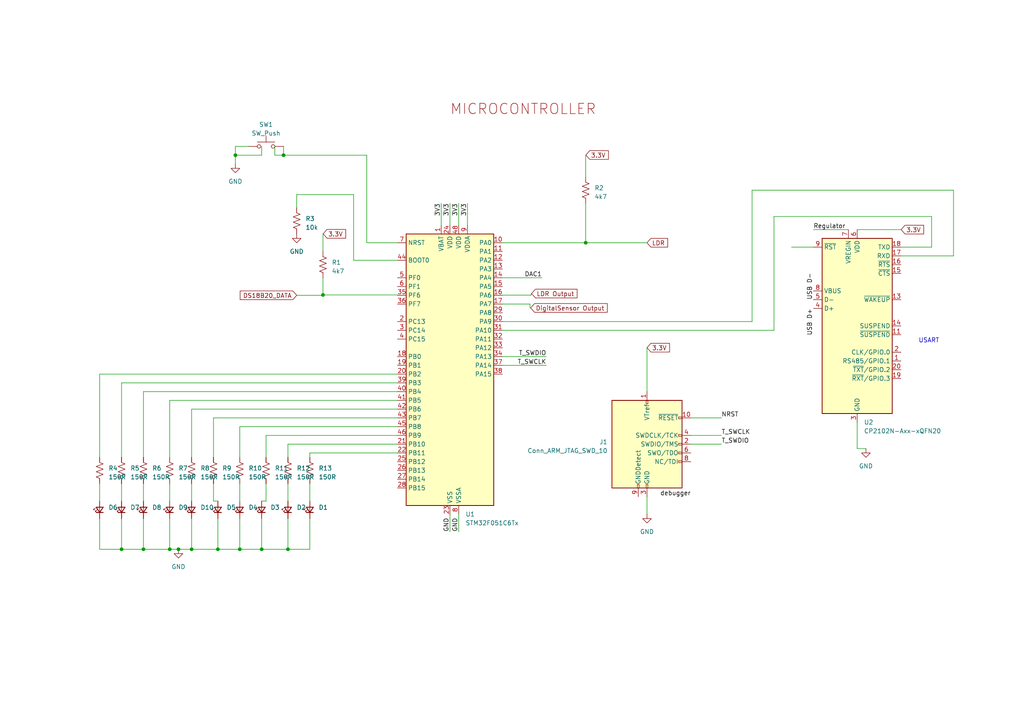
<source format=kicad_sch>
(kicad_sch (version 20230121) (generator eeschema)
  (paper "A4")
  (lib_symbols
    (symbol "Connector:Conn_ARM_JTAG_SWD_10" (pin_names (offset 1.016))
      (property "Reference" "J" (at -2.54 16.51 0))
      (property "Value" "Conn_ARM_JTAG_SWD_10" (at -2.54 13.97 0))
      (symbol "Conn_ARM_JTAG_SWD_10_0_1"
        (rectangle (start -10.16 12.7) (end 10.16 -12.7) (stroke (width 0.254)) (fill (type background)))
        (rectangle (start -2.794 -12.7) (end -2.286 -11.684))
        (rectangle (start -0.254 -12.7) (end 0.254 -11.684))
        (rectangle (start -0.254 12.7) (end 0.254 11.684))
        (rectangle (start 9.144 2.286) (end 10.16 2.794))
        (rectangle (start 10.16 -2.794) (end 9.144 -2.286))
        (rectangle (start 10.16 -0.254) (end 9.144 0.254))
        (rectangle (start 10.16 7.874) (end 9.144 7.366))
      )
      (symbol "Conn_ARM_JTAG_SWD_10_1_1"
        (rectangle (start 9.144 -5.334) (end 10.16 -4.826))
        (pin power_in line (at 0 15.24 270) (length 2.54) (name "VTref") (number "1"))
        (pin open_collector line (at 12.7 7.62 180) (length 2.54) (name "~{RESET}") (number "10"))
        (pin bidirectional line (at 12.7 0 180) (length 2.54) (name "SWDIO/TMS") (number "2"))
        (pin power_in line (at 0 -15.24 90) (length 2.54) (name "GND") (number "3"))
        (pin output line (at 12.7 2.54 180) (length 2.54) (name "SWDCLK/TCK") (number "4"))
        (pin passive line (at 0 -15.24 90) (length 2.54) hide (name "GND") (number "5"))
        (pin input line (at 12.7 -2.54 180) (length 2.54) (name "SWO/TDO") (number "6"))
        (pin no_connect line (at -10.16 0 0) (length 2.54) hide (name "KEY") (number "7"))
        (pin output line (at 12.7 -5.08 180) (length 2.54) (name "NC/TDI") (number "8"))
        (pin passive line (at -2.54 -15.24 90) (length 2.54) (name "GNDDetect") (number "9"))
      )
    )
    (symbol "Device:LED_Small" (pin_numbers hide) (pin_names (offset 0.254) hide)
      (property "Reference" "D" (at -1.27 3.175 0))
      (property "Value" "LED_Small" (at -4.445 -2.54 0))
      (symbol "LED_Small_0_1"
        (polyline (pts (xy -0.762 -1.016) (xy -0.762 1.016)) (stroke (width 0.254)))
        (polyline (pts (xy 1.016 0) (xy -0.762 0)))
        (polyline (pts (xy 0.762 -1.016) (xy -0.762 0) (xy 0.762 1.016) (xy 0.762 -1.016)) (stroke (width 0.254)))
        (polyline (pts (xy 0 0.762) (xy -0.508 1.27) (xy -0.254 1.27) (xy -0.508 1.27) (xy -0.508 1.016)))
        (polyline (pts (xy 0.508 1.27) (xy 0 1.778) (xy 0.254 1.778) (xy 0 1.778) (xy 0 1.524)))
      )
      (symbol "LED_Small_1_1"
        (pin passive line (at -2.54 0 0) (length 1.778) (name "K") (number "1"))
        (pin passive line (at 2.54 0 180) (length 1.778) (name "A") (number "2"))
      )
    )
    (symbol "Device:R_US" (pin_numbers hide) (pin_names (offset 0))
      (property "Reference" "R" (at 2.54 0 90))
      (property "Value" "R_US" (at -2.54 0 90))
      (symbol "R_US_0_1"
        (polyline (pts (xy 0 -2.286) (xy 0 -2.54)))
        (polyline (pts (xy 0 2.286) (xy 0 2.54)))
        (polyline (pts (xy 0 -0.762) (xy 1.016 -1.143) (xy 0 -1.524) (xy -1.016 -1.905) (xy 0 -2.286)))
        (polyline (pts (xy 0 0.762) (xy 1.016 0.381) (xy 0 0) (xy -1.016 -0.381) (xy 0 -0.762)))
        (polyline (pts (xy 0 2.286) (xy 1.016 1.905) (xy 0 1.524) (xy -1.016 1.143) (xy 0 0.762)))
      )
      (symbol "R_US_1_1"
        (pin passive line (at 0 3.81 270) (length 1.27) (name "~") (number "1"))
        (pin passive line (at 0 -3.81 90) (length 1.27) (name "~") (number "2"))
      )
    )
    (symbol "Interface_USB:CP2102N-Axx-xQFN20"
      (property "Reference" "U" (at -8.89 26.67 0))
      (property "Value" "CP2102N-Axx-xQFN20" (at 12.7 26.67 0))
      (symbol "CP2102N-Axx-xQFN20_0_1"
        (rectangle (start -10.16 25.4) (end 10.16 -25.4) (stroke (width 0.254)) (fill (type background)))
      )
      (symbol "CP2102N-Axx-xQFN20_1_1"
        (pin bidirectional line (at 12.7 -10.16 180) (length 2.54) (name "RS485/GPIO.1") (number "1"))
        (pin no_connect line (at -10.16 -22.86 0) (length 2.54) hide (name "NC") (number "10"))
        (pin output line (at 12.7 -2.54 180) (length 2.54) (name "~{SUSPEND}") (number "11"))
        (pin passive line (at 0 -27.94 90) (length 2.54) hide (name "GND") (number "12"))
        (pin input line (at 12.7 7.62 180) (length 2.54) (name "~{WAKEUP}") (number "13"))
        (pin output line (at 12.7 0 180) (length 2.54) (name "SUSPEND") (number "14"))
        (pin input line (at 12.7 15.24 180) (length 2.54) (name "~{CTS}") (number "15"))
        (pin output line (at 12.7 17.78 180) (length 2.54) (name "~{RTS}") (number "16"))
        (pin input line (at 12.7 20.32 180) (length 2.54) (name "RXD") (number "17"))
        (pin output line (at 12.7 22.86 180) (length 2.54) (name "TXD") (number "18"))
        (pin bidirectional line (at 12.7 -15.24 180) (length 2.54) (name "~{RXT}/GPIO.3") (number "19"))
        (pin bidirectional line (at 12.7 -7.62 180) (length 2.54) (name "CLK/GPIO.0") (number "2"))
        (pin bidirectional line (at 12.7 -12.7 180) (length 2.54) (name "~{TXT}/GPIO.2") (number "20"))
        (pin passive line (at 0 -27.94 90) (length 2.54) hide (name "GND") (number "21"))
        (pin power_in line (at 0 -27.94 90) (length 2.54) (name "GND") (number "3"))
        (pin bidirectional line (at -12.7 5.08 0) (length 2.54) (name "D+") (number "4"))
        (pin bidirectional line (at -12.7 7.62 0) (length 2.54) (name "D-") (number "5"))
        (pin power_in line (at 0 27.94 270) (length 2.54) (name "VDD") (number "6"))
        (pin power_in line (at -2.54 27.94 270) (length 2.54) (name "VREGIN") (number "7"))
        (pin input line (at -12.7 10.16 0) (length 2.54) (name "VBUS") (number "8"))
        (pin input line (at -12.7 22.86 0) (length 2.54) (name "~{RST}") (number "9"))
      )
    )
    (symbol "MCU_ST_STM32F0:STM32F051C6Tx"
      (property "Reference" "U" (at -12.7 41.91 0))
      (property "Value" "STM32F051C6Tx" (at 7.62 41.91 0))
      (symbol "STM32F051C6Tx_0_1"
        (rectangle (start -12.7 -38.1) (end 12.7 40.64) (stroke (width 0.254)) (fill (type background)))
      )
      (symbol "STM32F051C6Tx_1_1"
        (pin power_in line (at -2.54 43.18 270) (length 2.54) (name "VBAT") (number "1"))
        (pin bidirectional line (at 15.24 38.1 180) (length 2.54) (name "PA0") (number "10"))
        (pin bidirectional line (at 15.24 35.56 180) (length 2.54) (name "PA1") (number "11"))
        (pin bidirectional line (at 15.24 33.02 180) (length 2.54) (name "PA2") (number "12"))
        (pin bidirectional line (at 15.24 30.48 180) (length 2.54) (name "PA3") (number "13"))
        (pin bidirectional line (at 15.24 27.94 180) (length 2.54) (name "PA4") (number "14"))
        (pin bidirectional line (at 15.24 25.4 180) (length 2.54) (name "PA5") (number "15"))
        (pin bidirectional line (at 15.24 22.86 180) (length 2.54) (name "PA6") (number "16"))
        (pin bidirectional line (at 15.24 20.32 180) (length 2.54) (name "PA7") (number "17"))
        (pin bidirectional line (at -15.24 5.08 0) (length 2.54) (name "PB0") (number "18"))
        (pin bidirectional line (at -15.24 2.54 0) (length 2.54) (name "PB1") (number "19"))
        (pin bidirectional line (at -15.24 15.24 0) (length 2.54) (name "PC13") (number "2"))
        (pin bidirectional line (at -15.24 0 0) (length 2.54) (name "PB2") (number "20"))
        (pin bidirectional line (at -15.24 -20.32 0) (length 2.54) (name "PB10") (number "21"))
        (pin bidirectional line (at -15.24 -22.86 0) (length 2.54) (name "PB11") (number "22"))
        (pin power_in line (at 0 -40.64 90) (length 2.54) (name "VSS") (number "23"))
        (pin power_in line (at 0 43.18 270) (length 2.54) (name "VDD") (number "24"))
        (pin bidirectional line (at -15.24 -25.4 0) (length 2.54) (name "PB12") (number "25"))
        (pin bidirectional line (at -15.24 -27.94 0) (length 2.54) (name "PB13") (number "26"))
        (pin bidirectional line (at -15.24 -30.48 0) (length 2.54) (name "PB14") (number "27"))
        (pin bidirectional line (at -15.24 -33.02 0) (length 2.54) (name "PB15") (number "28"))
        (pin bidirectional line (at 15.24 17.78 180) (length 2.54) (name "PA8") (number "29"))
        (pin bidirectional line (at -15.24 12.7 0) (length 2.54) (name "PC14") (number "3"))
        (pin bidirectional line (at 15.24 15.24 180) (length 2.54) (name "PA9") (number "30"))
        (pin bidirectional line (at 15.24 12.7 180) (length 2.54) (name "PA10") (number "31"))
        (pin bidirectional line (at 15.24 10.16 180) (length 2.54) (name "PA11") (number "32"))
        (pin bidirectional line (at 15.24 7.62 180) (length 2.54) (name "PA12") (number "33"))
        (pin bidirectional line (at 15.24 5.08 180) (length 2.54) (name "PA13") (number "34"))
        (pin bidirectional line (at -15.24 22.86 0) (length 2.54) (name "PF6") (number "35"))
        (pin bidirectional line (at -15.24 20.32 0) (length 2.54) (name "PF7") (number "36"))
        (pin bidirectional line (at 15.24 2.54 180) (length 2.54) (name "PA14") (number "37"))
        (pin bidirectional line (at 15.24 0 180) (length 2.54) (name "PA15") (number "38"))
        (pin bidirectional line (at -15.24 -2.54 0) (length 2.54) (name "PB3") (number "39"))
        (pin bidirectional line (at -15.24 10.16 0) (length 2.54) (name "PC15") (number "4"))
        (pin bidirectional line (at -15.24 -5.08 0) (length 2.54) (name "PB4") (number "40"))
        (pin bidirectional line (at -15.24 -7.62 0) (length 2.54) (name "PB5") (number "41"))
        (pin bidirectional line (at -15.24 -10.16 0) (length 2.54) (name "PB6") (number "42"))
        (pin bidirectional line (at -15.24 -12.7 0) (length 2.54) (name "PB7") (number "43"))
        (pin input line (at -15.24 33.02 0) (length 2.54) (name "BOOT0") (number "44"))
        (pin bidirectional line (at -15.24 -15.24 0) (length 2.54) (name "PB8") (number "45"))
        (pin bidirectional line (at -15.24 -17.78 0) (length 2.54) (name "PB9") (number "46"))
        (pin passive line (at 0 -40.64 90) (length 2.54) hide (name "VSS") (number "47"))
        (pin power_in line (at 2.54 43.18 270) (length 2.54) (name "VDD") (number "48"))
        (pin bidirectional line (at -15.24 27.94 0) (length 2.54) (name "PF0") (number "5"))
        (pin bidirectional line (at -15.24 25.4 0) (length 2.54) (name "PF1") (number "6"))
        (pin input line (at -15.24 38.1 0) (length 2.54) (name "NRST") (number "7"))
        (pin power_in line (at 2.54 -40.64 90) (length 2.54) (name "VSSA") (number "8"))
        (pin power_in line (at 5.08 43.18 270) (length 2.54) (name "VDDA") (number "9"))
      )
    )
    (symbol "Switch:SW_Push" (pin_numbers hide) (pin_names (offset 1.016) hide)
      (property "Reference" "SW" (at 1.27 2.54 0))
      (property "Value" "SW_Push" (at 0 -1.524 0))
      (symbol "SW_Push_0_1"
        (circle (center -2.032 0) (radius 0.508))
        (polyline (pts (xy 0 1.27) (xy 0 3.048)))
        (polyline (pts (xy 2.54 1.27) (xy -2.54 1.27)))
        (circle (center 2.032 0) (radius 0.508))
        (pin passive line (at -5.08 0 0) (length 2.54) (name "1") (number "1"))
        (pin passive line (at 5.08 0 180) (length 2.54) (name "2") (number "2"))
      )
    )
    (symbol "power:GND" (power) (pin_names (offset 0))
      (property "Value" "GND" (at 0 -3.81 0))
      (symbol "GND_0_1"
        (polyline (pts (xy 0 0) (xy 0 -1.27) (xy 1.27 -1.27) (xy 0 -2.54) (xy -1.27 -1.27) (xy 0 -1.27)))
      )
      (symbol "GND_1_1"
        (pin power_in line (at 0 0 270) (length 0) hide (name "GND") (number "1"))
      )
    )
  )
  (junction (at 83.5152 159.3088))
  (junction (at 49.2252 159.3088))
  (junction (at 41.6052 159.3088))
  (junction (at 63.1952 159.3088))
  (junction (at 169.8752 70.4088))
  (junction (at 35.2552 159.3088))
  (junction (at 93.6752 85.5472))
  (junction (at 69.5452 159.3088))
  (junction (at 55.5752 159.3088))
  (junction (at 82.2452 45.0088))
  (junction (at 68.2752 45.0088))
  (junction (at 75.8952 159.3088))
  (junction (at 51.7652 159.3088))
  (wire (pts (xy 248.6152 122.4788) (xy 248.6152 130.0988)))
  (wire (pts (xy 115.2652 70.4088) (xy 106.3752 70.4088)))
  (wire (pts (xy 61.9252 121.2088) (xy 61.9252 132.6388)))
  (wire (pts (xy 229.5652 71.6788) (xy 235.9152 71.6788)))
  (wire (pts (xy 261.3152 71.6788) (xy 270.2052 71.6788)))
  (wire (pts (xy 75.8952 159.3088) (xy 83.5152 159.3088)))
  (wire (pts (xy 102.5652 75.4888) (xy 102.5652 56.4388)))
  (wire (pts (xy 83.5152 140.2588) (xy 83.5152 145.3388)))
  (wire (pts (xy 115.2652 85.5472) (xy 93.6752 85.5472)))
  (wire (pts (xy 169.8752 70.4088) (xy 187.6552 70.4088)))
  (wire (pts (xy 82.2452 42.4688) (xy 82.2452 45.0088)))
  (wire (pts (xy 69.5452 150.4188) (xy 69.5452 159.3088)))
  (wire (pts (xy 35.2552 111.0488) (xy 115.2652 111.0488)))
  (wire (pts (xy 55.5752 150.4188) (xy 55.5752 159.3088)))
  (wire (pts (xy 224.4852 95.8088) (xy 145.7452 95.8088)))
  (wire (pts (xy 41.6052 159.3088) (xy 49.2252 159.3088)))
  (wire (pts (xy 79.7052 42.4688) (xy 79.7052 45.0088)))
  (wire (pts (xy 49.2252 150.4188) (xy 49.2252 159.3088)))
  (wire (pts (xy 28.9052 108.5088) (xy 28.9052 132.6388)))
  (wire (pts (xy 218.1352 55.1688) (xy 276.5552 55.1688)))
  (wire (pts (xy 133.0452 58.9788) (xy 133.0452 65.3288)))
  (wire (pts (xy 145.7452 88.1888) (xy 153.7208 88.1888)))
  (wire (pts (xy 28.9052 108.5088) (xy 115.2652 108.5088)))
  (wire (pts (xy 77.1652 126.2888) (xy 115.2652 126.2888)))
  (wire (pts (xy 41.6052 140.2588) (xy 41.6052 145.3388)))
  (wire (pts (xy 41.6052 113.5888) (xy 115.2652 113.5888)))
  (wire (pts (xy 79.7052 45.0088) (xy 82.2452 45.0088)))
  (wire (pts (xy 28.9052 140.2588) (xy 28.9052 145.3388)))
  (wire (pts (xy 77.1652 126.2888) (xy 77.1652 132.6388)))
  (wire (pts (xy 75.8952 150.4188) (xy 75.8952 159.3088)))
  (wire (pts (xy 89.8652 150.4188) (xy 89.8652 159.3088)))
  (wire (pts (xy 28.9052 159.3088) (xy 35.2552 159.3088)))
  (wire (pts (xy 83.5152 159.3088) (xy 89.8652 159.3088)))
  (wire (pts (xy 89.8652 131.3688) (xy 115.2652 131.3688)))
  (wire (pts (xy 75.8952 42.4688) (xy 75.8952 45.0088)))
  (wire (pts (xy 102.5652 56.4388) (xy 86.0552 56.4388)))
  (wire (pts (xy 187.6552 144.0688) (xy 187.6552 149.1488)))
  (wire (pts (xy 200.3552 126.2888) (xy 209.2452 126.2888)))
  (wire (pts (xy 248.6152 66.5988) (xy 261.3152 66.5988)))
  (wire (pts (xy 49.2252 159.3088) (xy 51.7652 159.3088)))
  (wire (pts (xy 41.6052 150.4188) (xy 41.6052 159.3088)))
  (wire (pts (xy 261.3152 74.2188) (xy 276.5552 74.2188)))
  (wire (pts (xy 55.5752 118.6688) (xy 115.2652 118.6688)))
  (wire (pts (xy 218.1352 55.1688) (xy 218.1352 93.2688)))
  (wire (pts (xy 187.6552 100.8888) (xy 187.6552 113.5888)))
  (wire (pts (xy 127.9652 58.9788) (xy 127.9652 65.3288)))
  (wire (pts (xy 145.5928 85.598) (xy 154.0764 85.598)))
  (wire (pts (xy 61.9252 145.3388) (xy 63.1952 145.3388)))
  (wire (pts (xy 35.2552 150.4188) (xy 35.2552 159.3088)))
  (wire (pts (xy 69.5452 123.7488) (xy 69.5452 132.6388)))
  (wire (pts (xy 130.5052 149.1488) (xy 130.5052 154.2288)))
  (wire (pts (xy 133.0452 149.1488) (xy 133.0452 154.2288)))
  (wire (pts (xy 248.6152 130.0988) (xy 251.1552 130.0988)))
  (wire (pts (xy 41.6052 113.5888) (xy 41.6052 132.6388)))
  (wire (pts (xy 86.0552 85.6488) (xy 93.6752 85.6488)))
  (wire (pts (xy 55.5752 159.3088) (xy 51.7652 159.3088)))
  (wire (pts (xy 49.2252 140.2588) (xy 49.2252 145.3388)))
  (wire (pts (xy 82.2452 45.0088) (xy 106.3752 45.0088)))
  (wire (pts (xy 61.9252 140.2588) (xy 61.9252 145.3388)))
  (wire (pts (xy 89.8652 140.2588) (xy 89.8652 145.3388)))
  (wire (pts (xy 218.1352 93.2688) (xy 145.7452 93.2688)))
  (wire (pts (xy 69.5452 140.2588) (xy 69.5452 145.3388)))
  (wire (pts (xy 93.6752 80.5688) (xy 93.6752 85.5472)))
  (wire (pts (xy 145.7452 103.4288) (xy 158.4452 103.4288)))
  (wire (pts (xy 72.0852 42.4688) (xy 68.2752 42.4688)))
  (wire (pts (xy 224.4852 62.7888) (xy 224.4852 95.8088)))
  (wire (pts (xy 49.2252 116.1288) (xy 115.2652 116.1288)))
  (wire (pts (xy 135.5852 58.9788) (xy 135.5852 65.3288)))
  (wire (pts (xy 55.5752 118.6688) (xy 55.5752 132.6388)))
  (wire (pts (xy 63.1952 159.3088) (xy 55.5752 159.3088)))
  (wire (pts (xy 276.5552 74.2188) (xy 276.5552 55.1688)))
  (wire (pts (xy 145.7452 80.5688) (xy 157.1752 80.5688)))
  (wire (pts (xy 86.0552 56.4388) (xy 86.0552 60.2488)))
  (wire (pts (xy 200.3552 128.8288) (xy 209.2452 128.8288)))
  (wire (pts (xy 63.1952 159.3088) (xy 69.5452 159.3088)))
  (wire (pts (xy 35.2552 159.3088) (xy 41.6052 159.3088)))
  (wire (pts (xy 145.7452 70.4088) (xy 169.8752 70.4088)))
  (wire (pts (xy 169.8752 58.9788) (xy 169.8752 70.4088)))
  (wire (pts (xy 35.2552 140.2588) (xy 35.2552 145.3388)))
  (wire (pts (xy 145.7452 105.9688) (xy 158.4452 105.9688)))
  (wire (pts (xy 153.7208 88.1888) (xy 153.7208 89.3572)))
  (wire (pts (xy 270.2052 62.7888) (xy 224.4852 62.7888)))
  (wire (pts (xy 93.6752 67.8688) (xy 93.6752 72.9488)))
  (wire (pts (xy 169.8752 45.0088) (xy 169.8752 51.3588)))
  (wire (pts (xy 93.6752 85.5472) (xy 93.6752 85.6488)))
  (wire (pts (xy 270.2052 71.6788) (xy 270.2052 62.7888)))
  (wire (pts (xy 83.5152 150.4188) (xy 83.5152 159.3088)))
  (wire (pts (xy 83.5152 128.8288) (xy 83.5152 132.6388)))
  (wire (pts (xy 83.5152 128.8288) (xy 115.2652 128.8288)))
  (wire (pts (xy 130.5052 58.9788) (xy 130.5052 65.3288)))
  (wire (pts (xy 77.1652 140.2588) (xy 77.1652 145.3388)))
  (wire (pts (xy 235.9152 66.5988) (xy 246.0752 66.5988)))
  (wire (pts (xy 68.2752 45.0088) (xy 68.2752 47.5488)))
  (wire (pts (xy 154.0764 85.1916) (xy 154.0764 85.598)))
  (wire (pts (xy 115.2652 75.4888) (xy 102.5652 75.4888)))
  (wire (pts (xy 106.3752 70.4088) (xy 106.3752 45.0088)))
  (wire (pts (xy 28.9052 150.4188) (xy 28.9052 159.3088)))
  (wire (pts (xy 35.2552 111.0488) (xy 35.2552 132.6388)))
  (wire (pts (xy 49.2252 116.1288) (xy 49.2252 132.6388)))
  (wire (pts (xy 68.2752 45.0088) (xy 75.8952 45.0088)))
  (wire (pts (xy 89.8652 131.3688) (xy 89.8652 132.6388)))
  (wire (pts (xy 69.5452 159.3088) (xy 75.8952 159.3088)))
  (wire (pts (xy 200.3552 121.2088) (xy 209.2452 121.2088)))
  (wire (pts (xy 61.9252 121.2088) (xy 115.2652 121.2088)))
  (wire (pts (xy 63.1952 150.4188) (xy 63.1952 159.3088)))
  (wire (pts (xy 69.5452 123.7488) (xy 115.2652 123.7488)))
  (wire (pts (xy 68.2752 42.4688) (xy 68.2752 45.0088)))
  (wire (pts (xy 55.5752 140.2588) (xy 55.5752 145.3388)))
  (wire (pts (xy 77.1652 145.3388) (xy 75.8952 145.3388)))
  (text "USART\n" (at 266.3952 99.6188 0) (effects (font (size 1.27 1.27)) (justify left bottom)))
  (text "MICROCONTROLLER\n" (at 130.5052 33.5788 0) (effects (font (size 3 3)) (justify left bottom)))
  (label "GND" (at 133.0452 154.2288 90))
  (label "debugger" (at 191.4652 144.0688 0))
  (label "3V3" (at 133.0452 58.9788 270))
  (label "USB D-" (at 235.9152 86.9188 90))
  (label "T_SWDIO" (at 209.2452 128.8288 0))
  (label "NRST" (at 209.2452 121.2088 0))
  (label "DAC1" (at 157.1752 80.5688 180))
  (label "Regulator" (at 235.9152 66.5988 0))
  (label "T_SWDIO" (at 158.4452 103.4288 180))
  (label "3V3" (at 135.5852 58.9788 270))
  (label "T_SWCLK" (at 158.4452 105.9688 180))
  (label "USB D+" (at 235.9152 89.4588 270))
  (label "T_SWCLK" (at 209.2452 126.2888 0))
  (label "GND" (at 130.5052 154.2288 90))
  (label "3V3" (at 130.5052 58.9788 270))
  (label "3V3" (at 127.9652 58.9788 270))
  (global_label "3.3V" (shape input) (at 169.926 44.958 0) (property "Intersheetrefs" "${INTERSHEET_REFS}" (effects hide)))
  (global_label "3.3V" (shape input) (at 93.726 67.818 0) (property "Intersheetrefs" "${INTERSHEET_REFS}" (effects hide)))
  (global_label "3.3V" (shape input) (at 187.6552 100.838 0) (property "Intersheetrefs" "${INTERSHEET_REFS}" (effects hide)))
  (global_label "LDR" (shape input) (at 187.6552 70.4088 0) (property "Intersheetrefs" "${INTERSHEET_REFS}" (effects hide)))
  (global_label "3.3V" (shape input) (at 261.366 66.5988 0) (property "Intersheetrefs" "${INTERSHEET_REFS}" (effects hide)))
  (global_label "LDR Output" (shape input) (at 154.178 85.1408 0) (property "Intersheetrefs" "${INTERSHEET_REFS}" (effects hide)))
  (global_label "DigitalSensor Output" (shape input) (at 153.924 89.3064 0) (property "Intersheetrefs" "${INTERSHEET_REFS}" (effects hide)))
  (global_label "DS18B20_DATA" (shape input) (at 86.0552 85.6488 180) (property "Intersheetrefs" "${INTERSHEET_REFS}" (effects hide)))
  (symbol (lib_id "Device:R_US") (at 35.2552 136.4488 0) (unit 1)
    (property "Reference" "R5" (at 37.7952 135.8138 0) (effects (justify left)))
    (property "Value" "150R" (at 37.7952 138.3538 0) (effects (justify left)))
    (instances (project "Main Schematic" (path "" (reference "R5") (unit 1)) (path "" (reference "R2") (unit 1))) (project "Microcontroller Design" (path "" (reference "R5") (unit 1))))
  )
  (symbol (lib_id "Device:R_US") (at 28.9052 136.4488 0) (unit 1)
    (property "Reference" "R4" (at 31.4452 135.8138 0) (effects (justify left)))
    (property "Value" "150R" (at 31.4452 138.3538 0) (effects (justify left)))
    (instances (project "Main Schematic" (path "" (reference "R4") (unit 1)) (path "" (reference "R1") (unit 1))) (project "Microcontroller Design" (path "" (reference "R4") (unit 1))))
  )
  (symbol (lib_id "power:GND") (at 187.6552 149.1488 0) (unit 1)
    (property "Reference" "#PWR07" (effects hide))
    (property "Value" "GND" (at 187.6552 154.2288 0))
  )
  (symbol (lib_id "Device:LED_Small") (at 75.8952 147.8788 90) (unit 1)
    (property "Reference" "D3" (at 78.4352 147.1803 90) (effects (justify right)))
    (property "Value" "LED_Small" (effects hide))
    (instances (project "Main Schematic" (path "" (reference "D3") (unit 1)) (path "" (reference "D8") (unit 1))) (project "Microcontroller Design" (path "" (reference "D3") (unit 1))))
  )
  (symbol (lib_id "Switch:SW_Push") (at 77.1652 42.4688 0) (unit 1)
    (property "Reference" "SW1" (at 77.1652 36.1188 0))
    (property "Value" "SW_Push" (at 77.1652 38.6588 0))
  )
  (symbol (lib_id "Device:LED_Small") (at 63.1952 147.8788 90) (unit 1)
    (property "Reference" "D5" (at 65.7352 147.1803 90) (effects (justify right)))
    (property "Value" "LED_Small" (effects hide))
    (instances (project "Main Schematic" (path "" (reference "D5") (unit 1)) (path "" (reference "D6") (unit 1))) (project "Microcontroller Design" (path "" (reference "D5") (unit 1))))
  )
  (symbol (lib_id "Connector:Conn_ARM_JTAG_SWD_10") (at 187.6552 128.8288 0) (unit 1)
    (property "Reference" "J1" (at 176.2252 128.1938 0) (effects (justify right)))
    (property "Value" "Conn_ARM_JTAG_SWD_10" (at 176.2252 130.7338 0) (effects (justify right)))
    (property "Datasheet" "http://infocenter.arm.com/help/topic/com.arm.doc.ddi0314h/DDI0314H_coresight_components_trm.pdf" (effects hide))
  )
  (symbol (lib_id "Device:R_US") (at 89.8652 136.4488 0) (unit 1)
    (property "Reference" "R13" (at 92.4052 135.8138 0) (effects (justify left)))
    (property "Value" "150R" (at 92.4052 138.3538 0) (effects (justify left)))
    (instances (project "Main Schematic" (path "" (reference "R13") (unit 1)) (path "" (reference "R11") (unit 1))) (project "Microcontroller Design" (path "" (reference "R13") (unit 1))))
  )
  (symbol (lib_id "Device:R_US") (at 41.6052 136.4488 0) (unit 1)
    (property "Reference" "R6" (at 44.1452 135.8138 0) (effects (justify left)))
    (property "Value" "150R" (at 44.1452 138.3538 0) (effects (justify left)))
    (instances (project "Main Schematic" (path "" (reference "R6") (unit 1)) (path "" (reference "R3") (unit 1))) (project "Microcontroller Design" (path "" (reference "R6") (unit 1))))
  )
  (symbol (lib_id "Device:LED_Small") (at 35.2552 147.8788 90) (unit 1)
    (property "Reference" "D7" (at 37.7952 147.1803 90) (effects (justify right)))
    (property "Value" "LED_Small" (effects hide))
    (instances (project "Main Schematic" (path "" (reference "D7") (unit 1)) (path "" (reference "D2") (unit 1))) (project "Microcontroller Design" (path "" (reference "D7") (unit 1))))
  )
  (symbol (lib_id "Device:LED_Small") (at 89.8652 147.8788 90) (unit 1)
    (property "Reference" "D1" (at 92.4052 147.1803 90) (effects (justify right)))
    (property "Value" "LED_Small" (effects hide))
    (instances (project "Main Schematic" (path "" (reference "D1") (unit 1)) (path "" (reference "D10") (unit 1))) (project "Microcontroller Design" (path "" (reference "D1") (unit 1))))
  )
  (symbol (lib_id "Device:LED_Small") (at 49.2252 147.8788 90) (unit 1)
    (property "Reference" "D9" (at 51.7652 147.1803 90) (effects (justify right)))
    (property "Value" "LED_Small" (effects hide))
    (instances (project "Main Schematic" (path "" (reference "D9") (unit 1)) (path "" (reference "D4") (unit 1))) (project "Microcontroller Design" (path "" (reference "D9") (unit 1))))
  )
  (symbol (lib_id "power:GND") (at 68.2752 47.5488 0) (unit 1)
    (property "Reference" "#PWR03" (effects hide))
    (property "Value" "GND" (at 68.2752 52.6288 0))
    (instances (project "Main Schematic" (path "" (reference "#PWR02") (unit 1))) (project "Microcontroller Design" (path "" (reference "#PWR03") (unit 1))))
  )
  (symbol (lib_id "MCU_ST_STM32F0:STM32F051C6Tx") (at 130.5052 108.5088 0) (unit 1)
    (property "Reference" "U1" (at 135.0011 149.1488 0) (effects (justify left)))
    (property "Value" "STM32F051C6Tx" (at 135.0011 151.6888 0) (effects (justify left)))
    (property "Footprint" "Package_QFP:LQFP-48_7x7mm_P0.5mm" (effects hide))
    (property "Datasheet" "https://www.st.com/resource/en/datasheet/stm32f051c6.pdf" (effects hide))
  )
  (symbol (lib_id "Device:R_US") (at 55.5752 136.4488 0) (unit 1)
    (property "Reference" "R8" (at 58.1152 135.8138 0) (effects (justify left)))
    (property "Value" "150R" (at 58.1152 138.3538 0) (effects (justify left)))
    (instances (project "Main Schematic" (path "" (reference "R8") (unit 1)) (path "" (reference "R5") (unit 1))) (project "Microcontroller Design" (path "" (reference "R8") (unit 1))))
  )
  (symbol (lib_id "Device:R_US") (at 93.6752 76.7588 0) (unit 1)
    (property "Reference" "R1" (at 96.2152 76.1238 0) (effects (justify left)))
    (property "Value" "4k7" (at 96.2152 78.6638 0) (effects (justify left)))
    (instances (project "Main Schematic" (path "" (reference "R1") (unit 1)) (path "" (reference "R12") (unit 1))) (project "Microcontroller Design" (path "" (reference "R1") (unit 1))))
  )
  (symbol (lib_id "Device:R_US") (at 77.1652 136.4488 0) (unit 1)
    (property "Reference" "R11" (at 79.7052 135.8138 0) (effects (justify left)))
    (property "Value" "150R" (at 79.7052 138.3538 0) (effects (justify left)))
    (instances (project "Main Schematic" (path "" (reference "R11") (unit 1)) (path "" (reference "R8") (unit 1))) (project "Microcontroller Design" (path "" (reference "R11") (unit 1))))
  )
  (symbol (lib_id "Device:R_US") (at 169.8752 55.1688 0) (unit 1)
    (property "Reference" "R2" (at 172.4152 54.5338 0) (effects (justify left)))
    (property "Value" "4k7" (at 172.4152 57.0738 0) (effects (justify left)))
    (instances (project "Main Schematic" (path "" (reference "R2") (unit 1)) (path "" (reference "R13") (unit 1))) (project "Microcontroller Design" (path "" (reference "R2") (unit 1))))
  )
  (symbol (lib_id "Device:R_US") (at 69.5452 136.4488 0) (unit 1)
    (property "Reference" "R10" (at 72.0852 135.8138 0) (effects (justify left)))
    (property "Value" "150R" (at 72.0852 138.3538 0) (effects (justify left)))
    (instances (project "Main Schematic" (path "" (reference "R10") (unit 1)) (path "" (reference "R7") (unit 1))) (project "Microcontroller Design" (path "" (reference "R10") (unit 1))))
  )
  (symbol (lib_id "Device:R_US") (at 86.0552 64.0588 180) (unit 1)
    (property "Reference" "R3" (at 88.5952 63.4238 0) (effects (justify right)))
    (property "Value" "10k" (at 88.5952 65.9638 0) (effects (justify right)))
    (instances (project "Main Schematic" (path "" (reference "R3") (unit 1)) (path "" (reference "R10") (unit 1))) (project "Microcontroller Design" (path "" (reference "R3") (unit 1))))
  )
  (symbol (lib_id "Interface_USB:CP2102N-Axx-xQFN20") (at 248.6152 94.5388 0) (unit 1)
    (property "Reference" "U2" (at 250.5711 122.4788 0) (effects (justify left)))
    (property "Value" "CP2102N-Axx-xQFN20" (at 250.5711 125.0188 0) (effects (justify left)))
    (property "Footprint" "Package_DFN_QFN:SiliconLabs_QFN-20-1EP_3x3mm_P0.5mm" (effects hide))
    (property "Datasheet" "https://www.silabs.com/documents/public/data-sheets/cp2102n-datasheet.pdf" (effects hide))
  )
  (symbol (lib_id "Device:LED_Small") (at 28.9052 147.8788 90) (unit 1)
    (property "Reference" "D6" (at 31.4452 147.1803 90) (effects (justify right)))
    (property "Value" "LED_Small" (effects hide))
    (instances (project "Main Schematic" (path "" (reference "D6") (unit 1)) (path "" (reference "D1") (unit 1))) (project "Microcontroller Design" (path "" (reference "D6") (unit 1))))
  )
  (symbol (lib_id "power:GND") (at 86.0552 67.8688 0) (unit 1)
    (property "Reference" "#PWR04" (effects hide))
    (property "Value" "GND" (at 86.0552 72.9488 0))
    (instances (project "Main Schematic" (path "" (reference "#PWR03") (unit 1))) (project "Microcontroller Design" (path "" (reference "#PWR04") (unit 1))))
  )
  (symbol (lib_id "Device:R_US") (at 83.5152 136.4488 0) (unit 1)
    (property "Reference" "R12" (at 86.0552 135.8138 0) (effects (justify left)))
    (property "Value" "150R" (at 86.0552 138.3538 0) (effects (justify left)))
    (instances (project "Main Schematic" (path "" (reference "R12") (unit 1)) (path "" (reference "R9") (unit 1))) (project "Microcontroller Design" (path "" (reference "R12") (unit 1))))
  )
  (symbol (lib_id "power:GND") (at 51.7652 159.3088 0) (unit 1)
    (property "Reference" "#PWR05" (effects hide))
    (property "Value" "GND" (at 51.7652 164.3888 0))
    (instances (project "Main Schematic" (path "" (reference "#PWR01") (unit 1))) (project "Microcontroller Design" (path "" (reference "#PWR05") (unit 1))))
  )
  (symbol (lib_id "Device:LED_Small") (at 69.5452 147.8788 90) (unit 1)
    (property "Reference" "D4" (at 72.0852 147.1803 90) (effects (justify right)))
    (property "Value" "LED_Small" (effects hide))
    (instances (project "Main Schematic" (path "" (reference "D4") (unit 1)) (path "" (reference "D7") (unit 1))) (project "Microcontroller Design" (path "" (reference "D4") (unit 1))))
  )
  (symbol (lib_id "Device:R_US") (at 49.2252 136.4488 0) (unit 1)
    (property "Reference" "R7" (at 51.7652 135.8138 0) (effects (justify left)))
    (property "Value" "150R" (at 51.7652 138.3538 0) (effects (justify left)))
    (instances (project "Main Schematic" (path "" (reference "R7") (unit 1)) (path "" (reference "R4") (unit 1))) (project "Microcontroller Design" (path "" (reference "R7") (unit 1))))
  )
  (symbol (lib_id "Device:LED_Small") (at 41.6052 147.8788 90) (unit 1)
    (property "Reference" "D8" (at 44.1452 147.1803 90) (effects (justify right)))
    (property "Value" "LED_Small" (effects hide))
    (instances (project "Main Schematic" (path "" (reference "D8") (unit 1)) (path "" (reference "D3") (unit 1))) (project "Microcontroller Design" (path "" (reference "D8") (unit 1))))
  )
  (symbol (lib_id "Device:LED_Small") (at 83.5152 147.8788 90) (unit 1)
    (property "Reference" "D2" (at 86.0552 147.1803 90) (effects (justify right)))
    (property "Value" "LED_Small" (effects hide))
    (instances (project "Main Schematic" (path "" (reference "D2") (unit 1)) (path "" (reference "D9") (unit 1))) (project "Microcontroller Design" (path "" (reference "D2") (unit 1))))
  )
  (symbol (lib_id "Device:R_US") (at 61.9252 136.4488 0) (unit 1)
    (property "Reference" "R9" (at 64.4652 135.8138 0) (effects (justify left)))
    (property "Value" "150R" (at 64.4652 138.3538 0) (effects (justify left)))
    (instances (project "Main Schematic" (path "" (reference "R9") (unit 1)) (path "" (reference "R6") (unit 1))) (project "Microcontroller Design" (path "" (reference "R9") (unit 1))))
  )
  (symbol (lib_id "Device:LED_Small") (at 55.5752 147.8788 90) (unit 1)
    (property "Reference" "D10" (at 58.1152 147.1803 90) (effects (justify right)))
    (property "Value" "LED_Small" (effects hide))
    (instances (project "Main Schematic" (path "" (reference "D10") (unit 1)) (path "" (reference "D5") (unit 1))) (project "Microcontroller Design" (path "" (reference "D10") (unit 1))))
  )
  (symbol (lib_id "power:GND") (at 251.1552 130.0988 0) (unit 1)
    (property "Reference" "#PWR09" (effects hide))
    (property "Value" "GND" (at 251.1552 135.1788 0))
    (instances (project "Main Schematic" (path "" (reference "#PWR08") (unit 1))) (project "Microcontroller Design" (path "" (reference "#PWR09") (unit 1))))
  )
)
</source>
